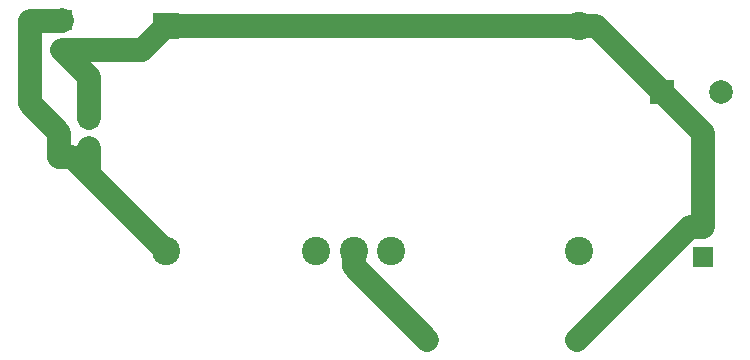
<source format=gbr>
%TF.GenerationSoftware,KiCad,Pcbnew,9.0.0*%
%TF.CreationDate,2025-03-18T18:28:53-04:00*%
%TF.ProjectId,motor power breakout,6d6f746f-7220-4706-9f77-657220627265,rev?*%
%TF.SameCoordinates,Original*%
%TF.FileFunction,Copper,L1,Top*%
%TF.FilePolarity,Positive*%
%FSLAX46Y46*%
G04 Gerber Fmt 4.6, Leading zero omitted, Abs format (unit mm)*
G04 Created by KiCad (PCBNEW 9.0.0) date 2025-03-18 18:28:53*
%MOMM*%
%LPD*%
G01*
G04 APERTURE LIST*
%TA.AperFunction,ComponentPad*%
%ADD10R,1.600000X1.600000*%
%TD*%
%TA.AperFunction,ComponentPad*%
%ADD11C,1.600000*%
%TD*%
%TA.AperFunction,ComponentPad*%
%ADD12O,1.700000X1.700000*%
%TD*%
%TA.AperFunction,ComponentPad*%
%ADD13R,1.700000X1.700000*%
%TD*%
%TA.AperFunction,ComponentPad*%
%ADD14C,2.400000*%
%TD*%
%TA.AperFunction,ComponentPad*%
%ADD15R,2.300000X2.300000*%
%TD*%
%TA.AperFunction,ComponentPad*%
%ADD16O,1.600000X1.600000*%
%TD*%
%TA.AperFunction,ComponentPad*%
%ADD17R,2.000000X2.000000*%
%TD*%
%TA.AperFunction,ComponentPad*%
%ADD18C,2.000000*%
%TD*%
%TA.AperFunction,Conductor*%
%ADD19C,2.000000*%
%TD*%
G04 APERTURE END LIST*
D10*
%TO.P,C1,1*%
%TO.N,Net-(IC1-GND)*%
X120500000Y-102250000D03*
D11*
%TO.P,C1,2*%
%TO.N,Net-(IC1-+VIN)*%
X120500000Y-104750000D03*
%TD*%
D12*
%TO.P,J1,2,Pin_2*%
%TO.N,Net-(IC1-GND)*%
X118240000Y-96510000D03*
D13*
%TO.P,J1,1,Pin_1*%
%TO.N,Net-(IC1-+VIN)*%
X118240000Y-93970000D03*
%TD*%
%TO.P,J2,1,Pin_1*%
%TO.N,Net-(IC1-+VOUT)*%
X172500000Y-114000000D03*
D12*
%TO.P,J2,2,Pin_2*%
%TO.N,Net-(IC1-GND)*%
X172500000Y-111460000D03*
%TD*%
D14*
%TO.P,IC1,2,+VIN*%
%TO.N,Net-(IC1-+VIN)*%
X127060000Y-113500000D03*
%TO.P,IC1,5,SENSE*%
%TO.N,Net-(IC1-+VOUT)*%
X146120000Y-113500000D03*
%TO.P,IC1,7,GND@*%
%TO.N,Net-(IC1-GND)*%
X162000000Y-94450000D03*
%TO.P,IC1,6,+VOUT*%
%TO.N,Net-(IC1-+VOUT)*%
X162000000Y-113500000D03*
D15*
%TO.P,IC1,1,GND*%
%TO.N,Net-(IC1-GND)*%
X127060000Y-94450000D03*
D14*
%TO.P,IC1,3,INHIBIT*%
%TO.N,unconnected-(IC1-INHIBIT-Pad3)*%
X139760000Y-113500000D03*
%TO.P,IC1,4,ADJUST*%
%TO.N,Net-(IC1-ADJUST)*%
X142940000Y-113500000D03*
%TD*%
D11*
%TO.P,R1,1*%
%TO.N,Net-(IC1-ADJUST)*%
X149150000Y-121000000D03*
D16*
%TO.P,R1,2*%
%TO.N,Net-(IC1-GND)*%
X161850000Y-121000000D03*
%TD*%
D17*
%TO.P,C2,1*%
%TO.N,Net-(IC1-GND)*%
X169000000Y-100000000D03*
D18*
%TO.P,C2,2*%
%TO.N,Net-(IC1-+VOUT)*%
X174000000Y-100000000D03*
%TD*%
D19*
%TO.N,Net-(IC1-ADJUST)*%
X142940000Y-114790000D02*
X142940000Y-113500000D01*
X149150000Y-121000000D02*
X142940000Y-114790000D01*
%TO.N,Net-(IC1-+VIN)*%
X118000000Y-105500000D02*
X119060000Y-105500000D01*
X118000000Y-103500000D02*
X118000000Y-105500000D01*
X119060000Y-105500000D02*
X120500000Y-106940000D01*
X115500000Y-94000000D02*
X115500000Y-101000000D01*
X115500000Y-101000000D02*
X118000000Y-103500000D01*
X118240000Y-93970000D02*
X118210000Y-94000000D01*
X118210000Y-94000000D02*
X115500000Y-94000000D01*
X120500000Y-104750000D02*
X120500000Y-106940000D01*
X120500000Y-106940000D02*
X127060000Y-113500000D01*
%TO.N,Net-(IC1-GND)*%
X120500000Y-98770000D02*
X118240000Y-96510000D01*
X120500000Y-102250000D02*
X120500000Y-98770000D01*
X125000000Y-96510000D02*
X118240000Y-96510000D01*
X127060000Y-94450000D02*
X125000000Y-96510000D01*
X162000000Y-94450000D02*
X127060000Y-94450000D01*
X163450000Y-94450000D02*
X169000000Y-100000000D01*
X162000000Y-94450000D02*
X163450000Y-94450000D01*
X172500000Y-111460000D02*
X172500000Y-103500000D01*
X172500000Y-103500000D02*
X169000000Y-100000000D01*
X171390000Y-111460000D02*
X172500000Y-111460000D01*
X161850000Y-121000000D02*
X171390000Y-111460000D01*
%TD*%
M02*

</source>
